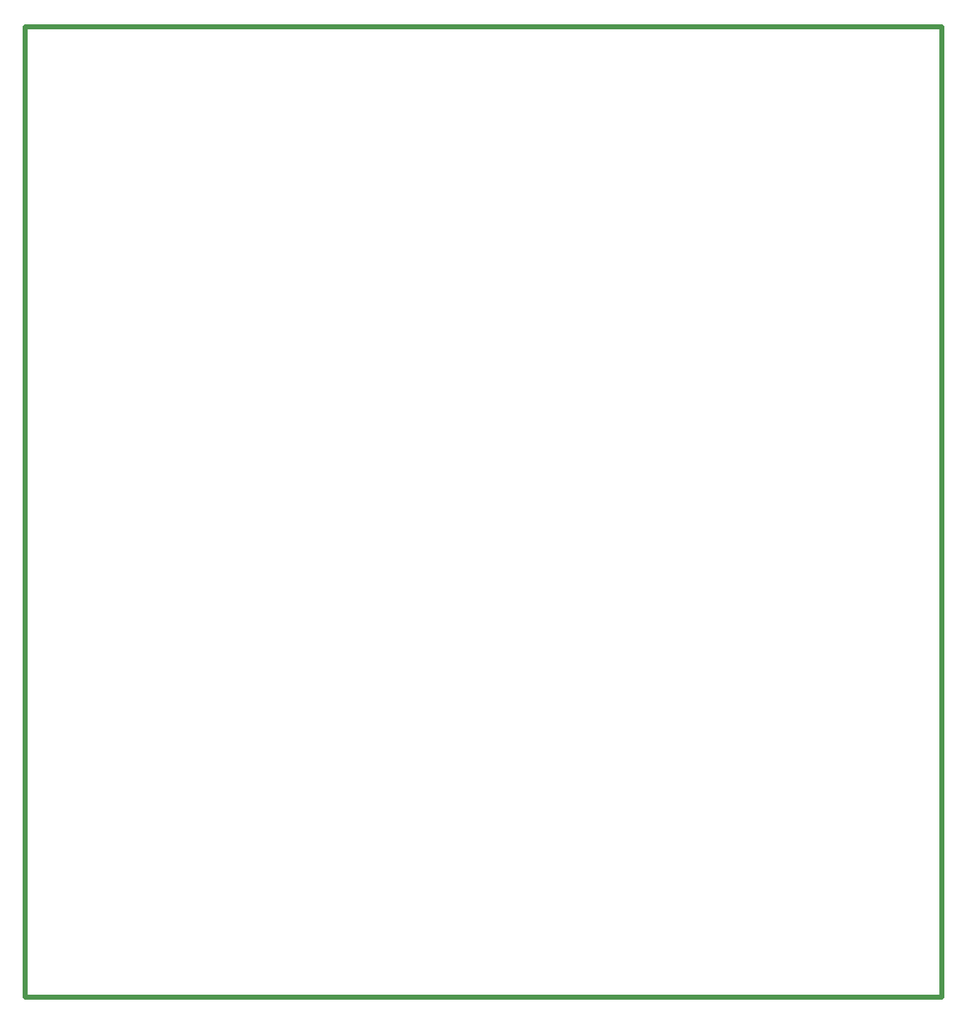
<source format=gm1>
G04*
G04 #@! TF.GenerationSoftware,Altium Limited,Altium Designer,19.1.1 (5)*
G04*
G04 Layer_Color=16711935*
%FSTAX24Y24*%
%MOIN*%
G70*
G01*
G75*
%ADD92C,0.0200*%
D92*
X03645D01*
X03645Y0386D02*
X03645Y0D01*
X-0Y0386D02*
X03645D01*
X-0D02*
X0Y0D01*
M02*

</source>
